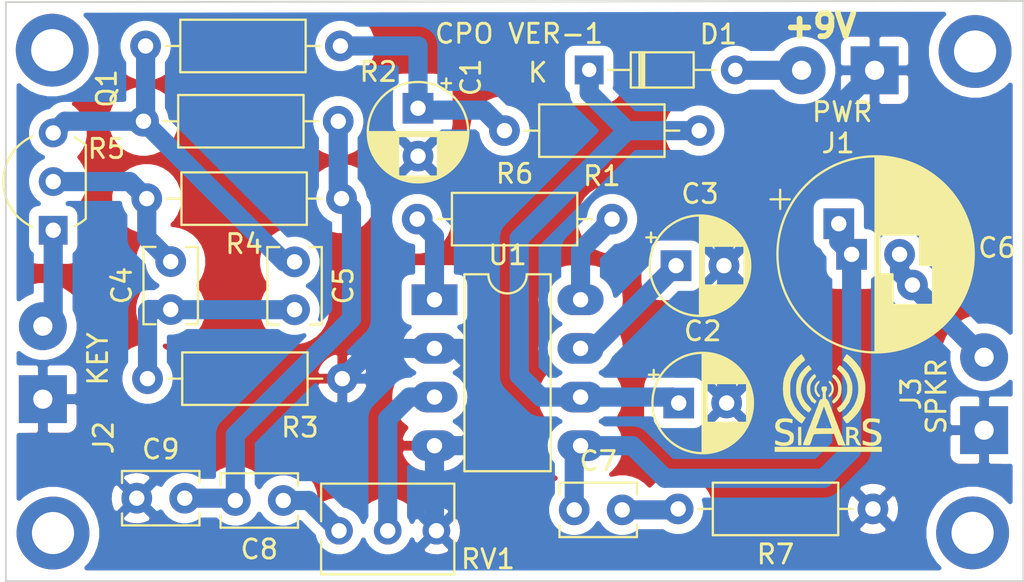
<source format=kicad_pcb>
(kicad_pcb (version 20171130) (host pcbnew 5.1.6-c6e7f7d~86~ubuntu16.04.1)
  (layers (0 F.Cu signal) (31 B.Cu signal) (34 B.Paste user) (35 F.Paste user) (36 B.SilkS user) (37 F.SilkS user) (38 B.Mask user) (39 F.Mask user) (44 Edge.Cuts user))
  (net 0 "")
  (net 1 "Net-(C1-Pad1)")
  (net 2 GND)
  (net 3 "Net-(C2-Pad1)")
  (net 4 "Net-(C3-Pad1)")
  (net 5 "Net-(C4-Pad2)")
  (net 6 "Net-(C4-Pad1)")
  (net 7 "Net-(C5-Pad1)")
  (net 8 "Net-(C6-Pad1)")
  (net 9 "Net-(C6-Pad2)")
  (net 10 "Net-(C7-Pad2)")
  (net 11 "Net-(C8-Pad2)")
  (net 12 "Net-(C8-Pad1)")
  (net 13 "Net-(J2-Pad2)")
  (net 14 "Net-(R6-Pad1)")
  (net 15 "Net-(R6-Pad2)")
  (net 16 "Net-(RV1-Pad2)")
  (net 17 "Net-(D1-Pad2)")
  (module MountingHole:MountingHole_2.2mm_M2_DIN965_Pad (layer F.Cu) (at 16.35 16.62)
    (fp_text reference M2 hide)
    (fp_text value M2)
    (pad 1 thru_hole circle (at 0 0) (size 3.8 3.8) (drill 2.2) (layers *.Cu *.Mask))
  )
  (module MountingHole:MountingHole_2.2mm_M2_DIN965_Pad (layer F.Cu) (at 16.39 41.83)
    (fp_text reference M2 hide)
    (fp_text value M2 hide)
    (pad 1 thru_hole circle (at 0 0) (size 3.8 3.8) (drill 2.2) (layers *.Cu *.Mask))
  )
  (module MountingHole:MountingHole_2.2mm_M2_DIN965_Pad (layer F.Cu) (at 64.36 41.82)
    (fp_text reference M2 hide)
    (fp_text value M2 hide)
    (pad 1 thru_hole circle (at 0 0) (size 3.8 3.8) (drill 2.2) (layers *.Cu *.Mask))
  )
  (module MountingHole:MountingHole_2.2mm_M2_DIN965_Pad (layer F.Cu) (at 64.49 16.69)
    (fp_text reference M2 hide)
    (fp_text value M2 hide)
    (pad 1 thru_hole circle (at 0 0) (size 3.8 3.8) (drill 2.2) (layers *.Cu *.Mask))
  )
  (module siars:siars5 (layer F.Cu) (at 56.82 35.05)
    (fp_text reference G*** hide)
    (fp_text value LOGO hide)
  )
  (module Resistor_THT:R_Axial_DIN0207_L6.3mm_D2.5mm_P10.16mm_Horizontal (layer F.Cu) (at 50.1 20.82 180)
    (fp_text reference R1 (at 5.08 -2.37) (layer F.SilkS))
    (fp_text value 100E)
    (pad 2 thru_hole oval (at 10.16 0 180) (size 1.6 1.6) (drill 0.8) (layers *.Cu *.Mask) (net 1 "Net-(C1-Pad1)"))
    (pad 1 thru_hole circle (at 0 0 180) (size 1.6 1.6) (drill 0.8) (layers *.Cu *.Mask) (net 3 "Net-(C2-Pad1)"))
  )
  (module Capacitor_THT:CP_Radial_D5.0mm_P2.50mm (layer F.Cu) (at 35.43 19.65 270)
    (fp_text reference C1 (at -1.61 -2.76 90) (layer F.SilkS))
    (fp_text value 10uF)
    (pad 1 thru_hole rect (at 0 0 270) (size 1.6 1.6) (drill 0.8) (layers *.Cu *.Mask) (net 1 "Net-(C1-Pad1)"))
    (pad 2 thru_hole circle (at 2.5 0 270) (size 1.6 1.6) (drill 0.8) (layers *.Cu *.Mask) (net 2 GND))
  )
  (module Capacitor_THT:CP_Radial_D5.0mm_P2.50mm (layer F.Cu) (at 49.03 35.04)
    (fp_text reference C2 (at 1.25 -3.75) (layer F.SilkS))
    (fp_text value 10uF)
    (pad 1 thru_hole rect (at 0 0) (size 1.6 1.6) (drill 0.8) (layers *.Cu *.Mask) (net 3 "Net-(C2-Pad1)"))
    (pad 2 thru_hole circle (at 2.5 0) (size 1.6 1.6) (drill 0.8) (layers *.Cu *.Mask) (net 2 GND))
  )
  (module Capacitor_THT:CP_Radial_D5.0mm_P2.50mm (layer F.Cu) (at 48.89 27.87)
    (fp_text reference C3 (at 1.25 -3.75) (layer F.SilkS))
    (fp_text value 4.7uF)
    (pad 2 thru_hole circle (at 2.5 0) (size 1.6 1.6) (drill 0.8) (layers *.Cu *.Mask) (net 2 GND))
    (pad 1 thru_hole rect (at 0 0) (size 1.6 1.6) (drill 0.8) (layers *.Cu *.Mask) (net 4 "Net-(C3-Pad1)"))
  )
  (module Capacitor_THT:C_Disc_D3.8mm_W2.6mm_P2.50mm (layer F.Cu) (at 22.53 30.16 90)
    (fp_text reference C4 (at 1.25 -2.55 90) (layer F.SilkS))
    (fp_text value 0.022uF)
    (pad 2 thru_hole circle (at 2.5 0 90) (size 1.6 1.6) (drill 0.8) (layers *.Cu *.Mask) (net 5 "Net-(C4-Pad2)"))
    (pad 1 thru_hole circle (at 0 0 90) (size 1.6 1.6) (drill 0.8) (layers *.Cu *.Mask) (net 6 "Net-(C4-Pad1)"))
  )
  (module Capacitor_THT:C_Disc_D3.8mm_W2.6mm_P2.50mm (layer F.Cu) (at 28.99 27.67 270)
    (fp_text reference C5 (at 1.25 -2.55 90) (layer F.SilkS))
    (fp_text value 0.022uF)
    (pad 1 thru_hole circle (at 0 0 270) (size 1.6 1.6) (drill 0.8) (layers *.Cu *.Mask) (net 7 "Net-(C5-Pad1)"))
    (pad 2 thru_hole circle (at 2.5 0 270) (size 1.6 1.6) (drill 0.8) (layers *.Cu *.Mask) (net 6 "Net-(C4-Pad1)"))
  )
  (module Capacitor_THT:CP_Radial_D10.0mm_P2.50mm_P5.00mm (layer F.Cu) (at 58.05 27.28)
    (fp_text reference C6 (at 7.58 -0.34) (layer F.SilkS))
    (fp_text value 220uF)
    (pad 1 thru_hole rect (at 0 0) (size 1.6 1.6) (drill 0.8) (layers *.Cu *.Mask) (net 8 "Net-(C6-Pad1)"))
    (pad 2 thru_hole circle (at 2.5 0) (size 1.6 1.6) (drill 0.8) (layers *.Cu *.Mask) (net 9 "Net-(C6-Pad2)"))
    (pad 1 thru_hole rect (at -0.670937 -1.6) (size 1.6 1.6) (drill 0.8) (layers *.Cu *.Mask) (net 8 "Net-(C6-Pad1)"))
    (pad 2 thru_hole circle (at 3.170937 1.6) (size 1.6 1.6) (drill 0.8) (layers *.Cu *.Mask) (net 9 "Net-(C6-Pad2)"))
  )
  (module Capacitor_THT:C_Disc_D3.8mm_W2.6mm_P2.50mm (layer F.Cu) (at 43.58 40.62)
    (fp_text reference C7 (at 1.25 -2.55) (layer F.SilkS))
    (fp_text value 0.047uF)
    (pad 1 thru_hole circle (at 0 0) (size 1.6 1.6) (drill 0.8) (layers *.Cu *.Mask) (net 8 "Net-(C6-Pad1)"))
    (pad 2 thru_hole circle (at 2.5 0) (size 1.6 1.6) (drill 0.8) (layers *.Cu *.Mask) (net 10 "Net-(C7-Pad2)"))
  )
  (module Capacitor_THT:C_Disc_D3.8mm_W2.6mm_P2.50mm (layer F.Cu) (at 28.4 40.13 180)
    (fp_text reference C8 (at 1.25 -2.55) (layer F.SilkS))
    (fp_text value 0.022uF)
    (pad 2 thru_hole circle (at 2.5 0 180) (size 1.6 1.6) (drill 0.8) (layers *.Cu *.Mask) (net 11 "Net-(C8-Pad2)"))
    (pad 1 thru_hole circle (at 0 0 180) (size 1.6 1.6) (drill 0.8) (layers *.Cu *.Mask) (net 12 "Net-(C8-Pad1)"))
  )
  (module Capacitor_THT:C_Disc_D3.8mm_W2.6mm_P2.50mm (layer F.Cu) (at 20.76 40.01)
    (fp_text reference C9 (at 1.25 -2.55) (layer F.SilkS))
    (fp_text value 0.047uF)
    (pad 1 thru_hole circle (at 0 0) (size 1.6 1.6) (drill 0.8) (layers *.Cu *.Mask) (net 2 GND))
    (pad 2 thru_hole circle (at 2.5 0) (size 1.6 1.6) (drill 0.8) (layers *.Cu *.Mask) (net 11 "Net-(C8-Pad2)"))
  )
  (module Connector_Wire:SolderWirePad_1x02_P3.81mm_Drill1mm (layer F.Cu) (at 59.25 17.67 180)
    (fp_text reference J1 (at 1.905 -3.81) (layer F.SilkS))
    (fp_text value PWR (at 1.69 -2.18) (layer F.SilkS))
    (pad 1 thru_hole rect (at 0 0 180) (size 2.49936 2.49936) (drill 1.00076) (layers *.Cu *.Mask) (net 2 GND))
    (pad 2 thru_hole circle (at 3.81 0 180) (size 2.49936 2.49936) (drill 1.00076) (layers *.Cu *.Mask) (net 17 "Net-(D1-Pad2)"))
  )
  (module Connector_Wire:SolderWirePad_1x02_P3.81mm_Drill1mm (layer F.Cu) (at 15.86 34.84 90)
    (fp_text reference J2 (at -2.01 3.17 90) (layer F.SilkS))
    (fp_text value KEY (at 2.1 2.87 90) (layer F.SilkS))
    (pad 1 thru_hole rect (at 0 0 90) (size 2.49936 2.49936) (drill 1.00076) (layers *.Cu *.Mask) (net 2 GND))
    (pad 2 thru_hole circle (at 3.81 0 90) (size 2.49936 2.49936) (drill 1.00076) (layers *.Cu *.Mask) (net 13 "Net-(J2-Pad2)"))
  )
  (module Connector_Wire:SolderWirePad_1x02_P3.81mm_Drill1mm (layer F.Cu) (at 64.96 36.46 90)
    (fp_text reference J3 (at 1.905 -3.81 90) (layer F.SilkS))
    (fp_text value SPKR (at 1.77 -2.49 90) (layer F.SilkS))
    (pad 2 thru_hole circle (at 3.81 0 90) (size 2.49936 2.49936) (drill 1.00076) (layers *.Cu *.Mask) (net 9 "Net-(C6-Pad2)"))
    (pad 1 thru_hole rect (at 0 0 90) (size 2.49936 2.49936) (drill 1.00076) (layers *.Cu *.Mask) (net 2 GND))
  )
  (module Resistor_THT:R_Axial_DIN0207_L6.3mm_D2.5mm_P10.16mm_Horizontal (layer F.Cu) (at 21.22 16.4)
    (fp_text reference R2 (at 12.14 1.35) (layer F.SilkS))
    (fp_text value 2.2K)
    (pad 1 thru_hole circle (at 0 0) (size 1.6 1.6) (drill 0.8) (layers *.Cu *.Mask) (net 7 "Net-(C5-Pad1)"))
    (pad 2 thru_hole oval (at 10.16 0) (size 1.6 1.6) (drill 0.8) (layers *.Cu *.Mask) (net 1 "Net-(C1-Pad1)"))
  )
  (module Resistor_THT:R_Axial_DIN0207_L6.3mm_D2.5mm_P10.16mm_Horizontal (layer F.Cu) (at 21.32 33.77)
    (fp_text reference R3 (at 7.95 2.55) (layer F.SilkS))
    (fp_text value 2.2K)
    (pad 2 thru_hole oval (at 10.16 0) (size 1.6 1.6) (drill 0.8) (layers *.Cu *.Mask) (net 2 GND))
    (pad 1 thru_hole circle (at 0 0) (size 1.6 1.6) (drill 0.8) (layers *.Cu *.Mask) (net 6 "Net-(C4-Pad1)"))
  )
  (module Resistor_THT:R_Axial_DIN0207_L6.3mm_D2.5mm_P10.16mm_Horizontal (layer F.Cu) (at 31.44 24.37 180)
    (fp_text reference R4 (at 5.08 -2.37) (layer F.SilkS))
    (fp_text value 15K)
    (pad 2 thru_hole oval (at 10.16 0 180) (size 1.6 1.6) (drill 0.8) (layers *.Cu *.Mask) (net 5 "Net-(C4-Pad2)"))
    (pad 1 thru_hole circle (at 0 0 180) (size 1.6 1.6) (drill 0.8) (layers *.Cu *.Mask) (net 11 "Net-(C8-Pad2)"))
  )
  (module Resistor_THT:R_Axial_DIN0207_L6.3mm_D2.5mm_P10.16mm_Horizontal (layer F.Cu) (at 21.11 20.33)
    (fp_text reference R5 (at -1.93 1.44) (layer F.SilkS))
    (fp_text value 15K)
    (pad 1 thru_hole circle (at 0 0) (size 1.6 1.6) (drill 0.8) (layers *.Cu *.Mask) (net 7 "Net-(C5-Pad1)"))
    (pad 2 thru_hole oval (at 10.16 0) (size 1.6 1.6) (drill 0.8) (layers *.Cu *.Mask) (net 11 "Net-(C8-Pad2)"))
  )
  (module Resistor_THT:R_Axial_DIN0207_L6.3mm_D2.5mm_P10.16mm_Horizontal (layer F.Cu) (at 35.39 25.44)
    (fp_text reference R6 (at 5.08 -2.37) (layer F.SilkS))
    (fp_text value 4.7K)
    (pad 1 thru_hole circle (at 0 0) (size 1.6 1.6) (drill 0.8) (layers *.Cu *.Mask) (net 14 "Net-(R6-Pad1)"))
    (pad 2 thru_hole oval (at 10.16 0) (size 1.6 1.6) (drill 0.8) (layers *.Cu *.Mask) (net 15 "Net-(R6-Pad2)"))
  )
  (module Resistor_THT:R_Axial_DIN0207_L6.3mm_D2.5mm_P10.16mm_Horizontal (layer F.Cu) (at 59.16 40.57 180)
    (fp_text reference R7 (at 5.08 -2.37) (layer F.SilkS))
    (fp_text value 10E)
    (pad 1 thru_hole circle (at 0 0 180) (size 1.6 1.6) (drill 0.8) (layers *.Cu *.Mask) (net 2 GND))
    (pad 2 thru_hole oval (at 10.16 0 180) (size 1.6 1.6) (drill 0.8) (layers *.Cu *.Mask) (net 10 "Net-(C7-Pad2)"))
  )
  (module Potentiometer_THT:Potentiometer_Bourns_3266Y_Vertical (layer F.Cu) (at 31.31 41.71 180)
    (fp_text reference RV1 (at -7.77 -1.48) (layer F.SilkS))
    (fp_text value "10K VOL")
    (pad 1 thru_hole circle (at 0 0 180) (size 1.44 1.44) (drill 0.8) (layers *.Cu *.Mask) (net 12 "Net-(C8-Pad1)"))
    (pad 2 thru_hole circle (at -2.54 0 180) (size 1.44 1.44) (drill 0.8) (layers *.Cu *.Mask) (net 16 "Net-(RV1-Pad2)"))
    (pad 3 thru_hole circle (at -5.08 0 180) (size 1.44 1.44) (drill 0.8) (layers *.Cu *.Mask) (net 2 GND))
  )
  (module Package_DIP:DIP-8_W7.62mm_LongPads (layer F.Cu) (at 36.29 29.65)
    (fp_text reference U1 (at 3.81 -2.33) (layer F.SilkS))
    (fp_text value LM386)
    (pad 1 thru_hole rect (at 0 0) (size 2.4 1.6) (drill 0.8) (layers *.Cu *.Mask) (net 14 "Net-(R6-Pad1)"))
    (pad 5 thru_hole oval (at 7.62 7.62) (size 2.4 1.6) (drill 0.8) (layers *.Cu *.Mask) (net 8 "Net-(C6-Pad1)"))
    (pad 2 thru_hole oval (at 0 2.54) (size 2.4 1.6) (drill 0.8) (layers *.Cu *.Mask) (net 2 GND))
    (pad 6 thru_hole oval (at 7.62 5.08) (size 2.4 1.6) (drill 0.8) (layers *.Cu *.Mask) (net 3 "Net-(C2-Pad1)"))
    (pad 3 thru_hole oval (at 0 5.08) (size 2.4 1.6) (drill 0.8) (layers *.Cu *.Mask) (net 16 "Net-(RV1-Pad2)"))
    (pad 7 thru_hole oval (at 7.62 2.54) (size 2.4 1.6) (drill 0.8) (layers *.Cu *.Mask) (net 4 "Net-(C3-Pad1)"))
    (pad 4 thru_hole oval (at 0 7.62) (size 2.4 1.6) (drill 0.8) (layers *.Cu *.Mask) (net 2 GND))
    (pad 8 thru_hole oval (at 7.62 0) (size 2.4 1.6) (drill 0.8) (layers *.Cu *.Mask) (net 15 "Net-(R6-Pad2)"))
  )
  (module Package_TO_SOT_THT:TO-92L_Inline_Wide (layer F.Cu) (at 16.4 26.02 90)
    (fp_text reference Q1 (at 7.4 2.79 90) (layer F.SilkS))
    (fp_text value 2N2222A)
    (pad 2 thru_hole circle (at 2.54 0 180) (size 1.5 1.5) (drill 0.8) (layers *.Cu *.Mask) (net 5 "Net-(C4-Pad2)"))
    (pad 3 thru_hole circle (at 5.08 0 180) (size 1.5 1.5) (drill 0.8) (layers *.Cu *.Mask) (net 7 "Net-(C5-Pad1)"))
    (pad 1 thru_hole rect (at 0 0 180) (size 1.5 1.5) (drill 0.8) (layers *.Cu *.Mask) (net 13 "Net-(J2-Pad2)"))
  )
  (module Diode_THT:D_DO-34_SOD68_P7.62mm_Horizontal (layer F.Cu) (at 44.36 17.65)
    (fp_text reference D1 (at 6.74 -1.86) (layer F.SilkS))
    (fp_text value 1N4007)
    (fp_text user K (at -2.68 0.14) (layer F.SilkS))
    (pad 1 thru_hole rect (at 0 0) (size 1.5 1.5) (drill 0.75) (layers *.Cu *.Mask) (net 3 "Net-(C2-Pad1)"))
    (pad 2 thru_hole oval (at 7.62 0) (size 1.5 1.5) (drill 0.75) (layers *.Cu *.Mask) (net 17 "Net-(D1-Pad2)"))
  )
  (gr_text +9V (at 56.42 15.35) (layer F.SilkS) (effects (font (size 1.2 1.2) (thickness 0.3))))
  (gr_text "CPO VER-1\n" (at 40.7 15.76) (layer F.SilkS) (effects (font (size 1 1))))
  (gr_line (start 67.01 14.05) (end 67.01 44.34) (layer Edge.Cuts) (width 0.1))
  (gr_line (start 13.93 14.11) (end 67.01 14.05) (layer Edge.Cuts) (width 0.1))
  (gr_line (start 13.93 44.34) (end 13.93 14.11) (layer Edge.Cuts) (width 0.1))
  (gr_line (start 67.01 44.34) (end 13.93 44.34) (layer Edge.Cuts) (width 0.1))
  (segment (start 35.43 16.4) (end 31.38 16.4) (width 1) (layer B.Cu) (net 1))
  (segment (start 35.43 19.65) (end 35.43 16.4) (width 1) (layer B.Cu) (net 1))
  (segment (start 35.53 19.75) (end 35.43 19.65) (width 1) (layer B.Cu) (net 1))
  (segment (start 39.94 20.82) (end 38.87 19.75) (width 1) (layer B.Cu) (net 1))
  (segment (start 38.87 19.75) (end 35.53 19.75) (width 1) (layer B.Cu) (net 1))
  (segment (start 33.889999 31.989999) (end 34.09 32.19) (width 1) (layer B.Cu) (net 2))
  (segment (start 34.09 32.19) (end 36.29 32.19) (width 1) (layer B.Cu) (net 2))
  (segment (start 36.29 32.19) (end 37.65 32.19) (width 1) (layer B.Cu) (net 2))
  (segment (start 37.65 32.38707) (end 38.87 33.60707) (width 1) (layer B.Cu) (net 2))
  (segment (start 37.65 32.19) (end 37.65 32.38707) (width 1) (layer B.Cu) (net 2))
  (segment (start 38.87 33.60707) (end 38.87 36.31) (width 1) (layer B.Cu) (net 2))
  (segment (start 37.91 37.27) (end 36.29 37.27) (width 1) (layer B.Cu) (net 2))
  (segment (start 38.87 36.31) (end 37.91 37.27) (width 1) (layer B.Cu) (net 2))
  (segment (start 36.29 41.61) (end 36.39 41.71) (width 1) (layer B.Cu) (net 2))
  (segment (start 36.29 37.27) (end 36.29 41.61) (width 1) (layer B.Cu) (net 2))
  (segment (start 51.53 28.01) (end 51.39 27.87) (width 1) (layer B.Cu) (net 2))
  (segment (start 51.53 35.04) (end 51.53 28.01) (width 1) (layer B.Cu) (net 2))
  (segment (start 33.260001 31.989999) (end 33.889999 31.989999) (width 1) (layer B.Cu) (net 2))
  (segment (start 31.48 33.77) (end 33.260001 31.989999) (width 1) (layer B.Cu) (net 2))
  (segment (start 15.86 34.84) (end 15.86 35.11) (width 1) (layer B.Cu) (net 2))
  (segment (start 51.39 27.87) (end 51.39 25.53) (width 1) (layer B.Cu) (net 2))
  (segment (start 51.39 25.53) (end 59.25 17.67) (width 1) (layer B.Cu) (net 2))
  (segment (start 48.72 34.73) (end 49.03 35.04) (width 1) (layer B.Cu) (net 3))
  (segment (start 43.91 34.73) (end 48.72 34.73) (width 1) (layer B.Cu) (net 3))
  (segment (start 43.91 34.73) (end 41.84 34.73) (width 1) (layer B.Cu) (net 3))
  (segment (start 41.84 34.73) (end 40.71 33.6) (width 1) (layer B.Cu) (net 3))
  (segment (start 40.71 33.6) (end 40.71 26.44) (width 1) (layer B.Cu) (net 3))
  (segment (start 40.71 26.44) (end 46.33 20.82) (width 1) (layer B.Cu) (net 3))
  (segment (start 46.33 20.82) (end 50.1 20.82) (width 1) (layer B.Cu) (net 3))
  (segment (start 44.36 18.85) (end 46.33 20.82) (width 1) (layer B.Cu) (net 3))
  (segment (start 44.36 17.65) (end 44.36 18.85) (width 1) (layer B.Cu) (net 3))
  (segment (start 44.57 32.19) (end 48.89 27.87) (width 1) (layer B.Cu) (net 4))
  (segment (start 43.91 32.19) (end 44.57 32.19) (width 1) (layer B.Cu) (net 4))
  (segment (start 20.39 23.48) (end 21.28 24.37) (width 1) (layer B.Cu) (net 5))
  (segment (start 16.4 23.48) (end 20.39 23.48) (width 1) (layer B.Cu) (net 5))
  (segment (start 21.28 26.41) (end 22.53 27.66) (width 1) (layer B.Cu) (net 5))
  (segment (start 21.28 24.37) (end 21.28 26.41) (width 1) (layer B.Cu) (net 5))
  (segment (start 22.53 30.16) (end 21.39 30.16) (width 1) (layer B.Cu) (net 6))
  (segment (start 21.32 30.23) (end 21.32 33.77) (width 1) (layer B.Cu) (net 6))
  (segment (start 21.39 30.16) (end 21.32 30.23) (width 1) (layer B.Cu) (net 6))
  (segment (start 22.54 30.17) (end 22.53 30.16) (width 1) (layer B.Cu) (net 6))
  (segment (start 28.99 30.17) (end 22.54 30.17) (width 1) (layer B.Cu) (net 6))
  (segment (start 21.22 20.22) (end 21.11 20.33) (width 1) (layer B.Cu) (net 7))
  (segment (start 21.22 16.4) (end 21.22 20.22) (width 1) (layer B.Cu) (net 7))
  (segment (start 17.01 20.33) (end 16.4 20.94) (width 1) (layer B.Cu) (net 7))
  (segment (start 21.11 20.33) (end 17.01 20.33) (width 1) (layer B.Cu) (net 7))
  (segment (start 28.45 27.67) (end 28.99 27.67) (width 1) (layer B.Cu) (net 7))
  (segment (start 21.11 20.33) (end 28.45 27.67) (width 1) (layer B.Cu) (net 7))
  (segment (start 43.91 37.27) (end 46.61 37.27) (width 1) (layer B.Cu) (net 8))
  (segment (start 46.61 37.27) (end 48.31 38.97) (width 1) (layer B.Cu) (net 8))
  (segment (start 48.31 38.97) (end 56.59 38.97) (width 1) (layer B.Cu) (net 8))
  (segment (start 58.05 37.51) (end 58.05 27.28) (width 1) (layer B.Cu) (net 8))
  (segment (start 56.59 38.97) (end 58.05 37.51) (width 1) (layer B.Cu) (net 8))
  (segment (start 57.379063 26.609063) (end 58.05 27.28) (width 1) (layer B.Cu) (net 8))
  (segment (start 57.379063 25.68) (end 57.379063 26.609063) (width 1) (layer B.Cu) (net 8))
  (segment (start 43.58 37.6) (end 43.91 37.27) (width 1) (layer B.Cu) (net 8))
  (segment (start 43.58 40.62) (end 43.58 37.6) (width 1) (layer B.Cu) (net 8))
  (segment (start 61.220937 28.910937) (end 64.96 32.65) (width 1) (layer B.Cu) (net 9))
  (segment (start 61.220937 28.88) (end 61.220937 28.910937) (width 1) (layer B.Cu) (net 9))
  (segment (start 60.55 28.209063) (end 61.220937 28.88) (width 1) (layer B.Cu) (net 9))
  (segment (start 60.55 27.28) (end 60.55 28.209063) (width 1) (layer B.Cu) (net 9))
  (segment (start 48.95 40.62) (end 49 40.57) (width 1) (layer B.Cu) (net 10))
  (segment (start 46.08 40.62) (end 48.95 40.62) (width 1) (layer B.Cu) (net 10))
  (segment (start 31.27 24.2) (end 31.44 24.37) (width 1) (layer B.Cu) (net 11))
  (segment (start 31.27 20.33) (end 31.27 24.2) (width 1) (layer B.Cu) (net 11))
  (segment (start 25.78 40.01) (end 25.9 40.13) (width 1) (layer B.Cu) (net 11))
  (segment (start 23.26 40.01) (end 25.78 40.01) (width 1) (layer B.Cu) (net 11))
  (segment (start 25.9 40.13) (end 25.9 36.71) (width 1) (layer B.Cu) (net 11))
  (segment (start 25.9 36.71) (end 31.96 30.65) (width 1) (layer B.Cu) (net 11))
  (segment (start 31.96 24.89) (end 31.44 24.37) (width 1) (layer B.Cu) (net 11))
  (segment (start 31.96 30.65) (end 31.96 24.89) (width 1) (layer B.Cu) (net 11))
  (segment (start 29.73 40.13) (end 31.31 41.71) (width 1) (layer B.Cu) (net 12))
  (segment (start 28.4 40.13) (end 29.73 40.13) (width 1) (layer B.Cu) (net 12))
  (segment (start 16.4 30.49) (end 15.86 31.03) (width 1) (layer B.Cu) (net 13))
  (segment (start 16.4 26.02) (end 16.4 30.49) (width 1) (layer B.Cu) (net 13))
  (segment (start 36.29 26.34) (end 35.39 25.44) (width 1) (layer B.Cu) (net 14))
  (segment (start 36.29 29.65) (end 36.29 26.34) (width 1) (layer B.Cu) (net 14))
  (segment (start 43.91 27.08) (end 45.55 25.44) (width 1) (layer B.Cu) (net 15))
  (segment (start 43.91 29.65) (end 43.91 27.08) (width 1) (layer B.Cu) (net 15))
  (segment (start 33.85 41.71) (end 33.85 35.86) (width 1) (layer B.Cu) (net 16))
  (segment (start 34.98 34.73) (end 36.29 34.73) (width 1) (layer B.Cu) (net 16))
  (segment (start 33.85 35.86) (end 34.98 34.73) (width 1) (layer B.Cu) (net 16))
  (segment (start 52 17.67) (end 51.98 17.65) (width 1) (layer B.Cu) (net 17))
  (segment (start 55.44 17.67) (end 52 17.67) (width 1) (layer B.Cu) (net 17))
  (zone (net 2) (net_name GND) (layer B.Cu) (connect_pads (clearance 0.508)) (min_thickness 0.254) (fill yes (arc_segments 32) (thermal_gap 0.508) (thermal_bridge_width 0.508))
    (polygon (pts (xy 66.44 44.01) (xy 14.17 44.01) (xy 14.14 14.45) (xy 66.49 14.4)))
  )
  (zone (net 2) (net_name GND) (layer F.Cu) (connect_pads (clearance 1)) (min_thickness 0.254) (fill yes (arc_segments 32) (thermal_gap 0.508) (thermal_bridge_width 0.508))
    (polygon (pts (xy 66.6 14.59) (xy 66.52 44.02) (xy 14.17 44.07) (xy 14.16 14.49)))
  )
)
</source>
